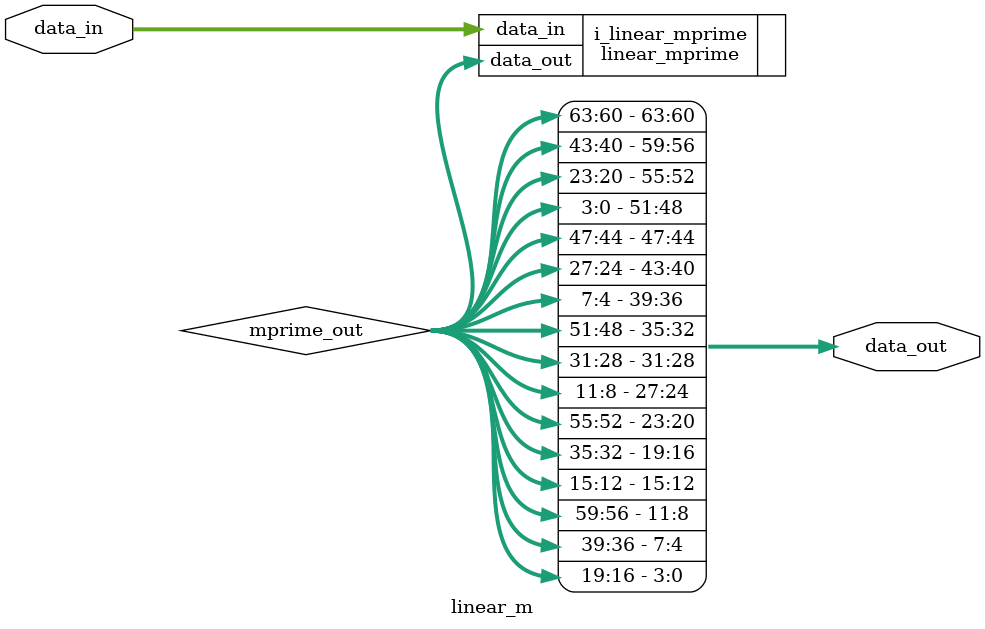
<source format=v>

module linear_m(
  input [63:0] data_in,
  output wire [63:0] data_out
);

wire [63:0] mprime_out;

linear_mprime i_linear_mprime (
  .data_in(data_in),
  .data_out(mprime_out)
);

  assign data_out[63:60] = mprime_out[63:60];
  assign data_out[59:56] = mprime_out[43:40];
  assign data_out[55:52] = mprime_out[23:20];
  assign data_out[51:48] = mprime_out[3:0];
  assign data_out[47:44] = mprime_out[47:44];
  assign data_out[43:40] = mprime_out[27:24];
  assign data_out[39:36] = mprime_out[7:4];
  assign data_out[35:32] = mprime_out[51:48];
  assign data_out[31:28] = mprime_out[31:28];
  assign data_out[27:24] = mprime_out[11:8];
  assign data_out[23:20] = mprime_out[55:52];
  assign data_out[19:16] = mprime_out[35:32];
  assign data_out[15:12] = mprime_out[15:12];
  assign data_out[11:8] = mprime_out[59:56];
  assign data_out[7:4] = mprime_out[39:36];
  assign data_out[3:0] = mprime_out[19:16];

endmodule

</source>
